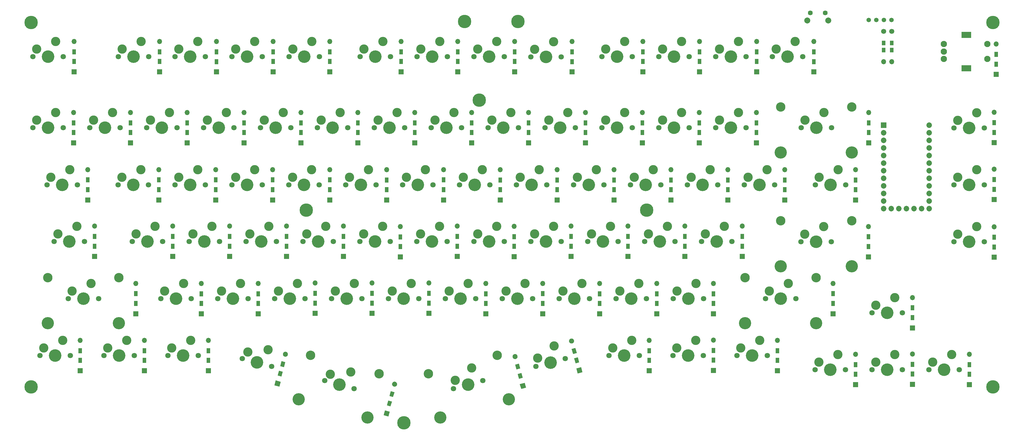
<source format=gbr>
%TF.GenerationSoftware,KiCad,Pcbnew,(5.1.6)-1*%
%TF.CreationDate,2021-09-12T01:22:44+02:00*%
%TF.ProjectId,Kanagawa,4b616e61-6761-4776-912e-6b696361645f,rev?*%
%TF.SameCoordinates,Original*%
%TF.FileFunction,Soldermask,Top*%
%TF.FilePolarity,Negative*%
%FSLAX46Y46*%
G04 Gerber Fmt 4.6, Leading zero omitted, Abs format (unit mm)*
G04 Created by KiCad (PCBNEW (5.1.6)-1) date 2021-09-12 01:22:44*
%MOMM*%
%LPD*%
G01*
G04 APERTURE LIST*
%ADD10C,0.800000*%
%ADD11C,4.500000*%
%ADD12C,1.852600*%
%ADD13R,1.852600X1.852600*%
%ADD14C,1.800000*%
%ADD15C,3.100000*%
%ADD16C,4.200000*%
%ADD17C,4.100000*%
%ADD18C,3.150000*%
%ADD19C,2.100000*%
%ADD20R,3.300000X2.100000*%
%ADD21R,1.300000X1.700000*%
%ADD22O,1.700000X1.700000*%
%ADD23R,1.700000X1.700000*%
%ADD24C,0.100000*%
%ADD25R,1.300000X1.500000*%
%ADD26C,1.700000*%
%ADD27C,1.497000*%
%ADD28C,1.624000*%
%ADD29C,2.000000*%
G04 APERTURE END LIST*
D10*
%TO.C,MountBaseMiddleTop1*%
X62046726Y-82065274D03*
X60880000Y-81582000D03*
X59713274Y-82065274D03*
X59230000Y-83232000D03*
X59713274Y-84398726D03*
X60880000Y-84882000D03*
X62046726Y-84398726D03*
X62530000Y-83232000D03*
D11*
X60880000Y-83232000D03*
%TD*%
D10*
%TO.C,MountBaseMiddleTop2*%
X62056726Y-204065274D03*
X60890000Y-203582000D03*
X59723274Y-204065274D03*
X59240000Y-205232000D03*
X59723274Y-206398726D03*
X60890000Y-206882000D03*
X62056726Y-206398726D03*
X62540000Y-205232000D03*
D11*
X60890000Y-205232000D03*
%TD*%
D10*
%TO.C,MountBaseMiddleTop3*%
X384056726Y-82065274D03*
X382890000Y-81582000D03*
X381723274Y-82065274D03*
X381240000Y-83232000D03*
X381723274Y-84398726D03*
X382890000Y-84882000D03*
X384056726Y-84398726D03*
X384540000Y-83232000D03*
D11*
X382890000Y-83232000D03*
%TD*%
D10*
%TO.C,MountBaseMiddleTop4*%
X384056726Y-204065274D03*
X382890000Y-203582000D03*
X381723274Y-204065274D03*
X381240000Y-205232000D03*
X381723274Y-206398726D03*
X382890000Y-206882000D03*
X384056726Y-206398726D03*
X384540000Y-205232000D03*
D11*
X382890000Y-205232000D03*
%TD*%
D10*
%TO.C,MountBaseMiddleTop5*%
X268166726Y-144833274D03*
X267000000Y-144350000D03*
X265833274Y-144833274D03*
X265350000Y-146000000D03*
X265833274Y-147166726D03*
X267000000Y-147650000D03*
X268166726Y-147166726D03*
X268650000Y-146000000D03*
D11*
X267000000Y-146000000D03*
%TD*%
D10*
%TO.C,MountBaseMiddleTop6*%
X154166726Y-144833274D03*
X153000000Y-144350000D03*
X151833274Y-144833274D03*
X151350000Y-146000000D03*
X151833274Y-147166726D03*
X153000000Y-147650000D03*
X154166726Y-147166726D03*
X154650000Y-146000000D03*
D11*
X153000000Y-146000000D03*
%TD*%
D10*
%TO.C,MountBaseMiddleTop7*%
X212056726Y-108065274D03*
X210890000Y-107582000D03*
X209723274Y-108065274D03*
X209240000Y-109232000D03*
X209723274Y-110398726D03*
X210890000Y-110882000D03*
X212056726Y-110398726D03*
X212540000Y-109232000D03*
D11*
X210890000Y-109232000D03*
%TD*%
D10*
%TO.C,MountBaseMiddleTop8*%
X186816726Y-216065274D03*
X185650000Y-215582000D03*
X184483274Y-216065274D03*
X184000000Y-217232000D03*
X184483274Y-218398726D03*
X185650000Y-218882000D03*
X186816726Y-218398726D03*
X187300000Y-217232000D03*
D11*
X185650000Y-217232000D03*
%TD*%
%TO.C,MountMiddle0*%
X205981900Y-82833900D03*
X223841200Y-82833900D03*
%TD*%
D12*
%TO.C,U0*%
X348850000Y-145560000D03*
X351390000Y-145560000D03*
X353930000Y-145560000D03*
X356470000Y-145560000D03*
X359010000Y-145560000D03*
X361550000Y-117620000D03*
X346310000Y-145560000D03*
X361550000Y-120160000D03*
X361550000Y-122700000D03*
X361550000Y-125240000D03*
X361550000Y-127780000D03*
X361550000Y-130320000D03*
X361550000Y-132860000D03*
X361550000Y-135400000D03*
X361550000Y-137940000D03*
X361550000Y-140480000D03*
X361550000Y-143020000D03*
X361550000Y-145560000D03*
X346310000Y-143020000D03*
X346310000Y-140480000D03*
X346310000Y-137940000D03*
X346310000Y-135400000D03*
X346310000Y-132860000D03*
X346310000Y-130320000D03*
X346310000Y-127780000D03*
X346310000Y-125240000D03*
X346310000Y-122700000D03*
X346310000Y-120160000D03*
D13*
X346310000Y-117620000D03*
%TD*%
D14*
%TO.C,KA11*%
X290070000Y-94650000D03*
X300230000Y-94650000D03*
D15*
X297690000Y-89570000D03*
D16*
X295150000Y-94650000D03*
D15*
X291340000Y-92110000D03*
%TD*%
D17*
%TO.C,KE11*%
X323700000Y-183890000D03*
D18*
X323700000Y-168650000D03*
X299900000Y-168650000D03*
D17*
X299900000Y-183890000D03*
D14*
X306720000Y-175650000D03*
X316880000Y-175650000D03*
D15*
X314340000Y-170570000D03*
D16*
X311800000Y-175650000D03*
D15*
X307990000Y-173110000D03*
%TD*%
D19*
%TO.C,SW99*%
X366470000Y-90420000D03*
X366470000Y-92920000D03*
X366470000Y-95420000D03*
D20*
X373970000Y-87320000D03*
X373970000Y-98520000D03*
D19*
X380970000Y-90420000D03*
X380970000Y-95420000D03*
%TD*%
D14*
%TO.C,KA0*%
X61470000Y-94650000D03*
X71630000Y-94650000D03*
D15*
X69090000Y-89570000D03*
D16*
X66550000Y-94650000D03*
D15*
X62740000Y-92110000D03*
%TD*%
D14*
%TO.C,KA1*%
X90070000Y-94650000D03*
X100230000Y-94650000D03*
D15*
X97690000Y-89570000D03*
D16*
X95150000Y-94650000D03*
D15*
X91340000Y-92110000D03*
%TD*%
D14*
%TO.C,KA2*%
X109070000Y-94650000D03*
X119230000Y-94650000D03*
D15*
X116690000Y-89570000D03*
D16*
X114150000Y-94650000D03*
D15*
X110340000Y-92110000D03*
%TD*%
D14*
%TO.C,KA3*%
X128120000Y-94650000D03*
X138280000Y-94650000D03*
D15*
X135740000Y-89570000D03*
D16*
X133200000Y-94650000D03*
D15*
X129390000Y-92110000D03*
%TD*%
D14*
%TO.C,KA4*%
X147220000Y-94650000D03*
X157380000Y-94650000D03*
D15*
X154840000Y-89570000D03*
D16*
X152300000Y-94650000D03*
D15*
X148490000Y-92110000D03*
%TD*%
D14*
%TO.C,KA5*%
X171020000Y-94650000D03*
X181180000Y-94650000D03*
D15*
X178640000Y-89570000D03*
D16*
X176100000Y-94650000D03*
D15*
X172290000Y-92110000D03*
%TD*%
D14*
%TO.C,KA6*%
X190070000Y-94650000D03*
X200230000Y-94650000D03*
D15*
X197690000Y-89570000D03*
D16*
X195150000Y-94650000D03*
D15*
X191340000Y-92110000D03*
%TD*%
D14*
%TO.C,KA7*%
X209120000Y-94650000D03*
X219280000Y-94650000D03*
D15*
X216740000Y-89570000D03*
D16*
X214200000Y-94650000D03*
D15*
X210390000Y-92110000D03*
%TD*%
D14*
%TO.C,KA8*%
X228170000Y-94700000D03*
X238330000Y-94700000D03*
D15*
X235790000Y-89620000D03*
D16*
X233250000Y-94700000D03*
D15*
X229440000Y-92160000D03*
%TD*%
D14*
%TO.C,KA9*%
X251970000Y-94650000D03*
X262130000Y-94650000D03*
D15*
X259590000Y-89570000D03*
D16*
X257050000Y-94650000D03*
D15*
X253240000Y-92110000D03*
%TD*%
D14*
%TO.C,KA10*%
X271020000Y-94650000D03*
X281180000Y-94650000D03*
D15*
X278640000Y-89570000D03*
D16*
X276100000Y-94650000D03*
D15*
X272290000Y-92110000D03*
%TD*%
D14*
%TO.C,KA12*%
X309070000Y-94650000D03*
X319230000Y-94650000D03*
D15*
X316690000Y-89570000D03*
D16*
X314150000Y-94650000D03*
D15*
X310340000Y-92110000D03*
%TD*%
D14*
%TO.C,KB0*%
X61470000Y-118450000D03*
X71630000Y-118450000D03*
D15*
X69090000Y-113370000D03*
D16*
X66550000Y-118450000D03*
D15*
X62740000Y-115910000D03*
%TD*%
D14*
%TO.C,KB1*%
X80520000Y-118450000D03*
X90680000Y-118450000D03*
D15*
X88140000Y-113370000D03*
D16*
X85600000Y-118450000D03*
D15*
X81790000Y-115910000D03*
%TD*%
D14*
%TO.C,KB2*%
X99570000Y-118450000D03*
X109730000Y-118450000D03*
D15*
X107190000Y-113370000D03*
D16*
X104650000Y-118450000D03*
D15*
X100840000Y-115910000D03*
%TD*%
D14*
%TO.C,KB3*%
X118620000Y-118450000D03*
X128780000Y-118450000D03*
D15*
X126240000Y-113370000D03*
D16*
X123700000Y-118450000D03*
D15*
X119890000Y-115910000D03*
%TD*%
D14*
%TO.C,KB4*%
X137670000Y-118450000D03*
X147830000Y-118450000D03*
D15*
X145290000Y-113370000D03*
D16*
X142750000Y-118450000D03*
D15*
X138940000Y-115910000D03*
%TD*%
D14*
%TO.C,KB5*%
X156720000Y-118450000D03*
X166880000Y-118450000D03*
D15*
X164340000Y-113370000D03*
D16*
X161800000Y-118450000D03*
D15*
X157990000Y-115910000D03*
%TD*%
D14*
%TO.C,KB6*%
X175770000Y-118450000D03*
X185930000Y-118450000D03*
D15*
X183390000Y-113370000D03*
D16*
X180850000Y-118450000D03*
D15*
X177040000Y-115910000D03*
%TD*%
D14*
%TO.C,KB7*%
X194820000Y-118450000D03*
X204980000Y-118450000D03*
D15*
X202440000Y-113370000D03*
D16*
X199900000Y-118450000D03*
D15*
X196090000Y-115910000D03*
%TD*%
D14*
%TO.C,KB8*%
X213870000Y-118450000D03*
X224030000Y-118450000D03*
D15*
X221490000Y-113370000D03*
D16*
X218950000Y-118450000D03*
D15*
X215140000Y-115910000D03*
%TD*%
D14*
%TO.C,KB9*%
X232920000Y-118450000D03*
X243080000Y-118450000D03*
D15*
X240540000Y-113370000D03*
D16*
X238000000Y-118450000D03*
D15*
X234190000Y-115910000D03*
%TD*%
D14*
%TO.C,KB10*%
X251970000Y-118450000D03*
X262130000Y-118450000D03*
D15*
X259590000Y-113370000D03*
D16*
X257050000Y-118450000D03*
D15*
X253240000Y-115910000D03*
%TD*%
D14*
%TO.C,KB11*%
X271020000Y-118450000D03*
X281180000Y-118450000D03*
D15*
X278640000Y-113370000D03*
D16*
X276100000Y-118450000D03*
D15*
X272290000Y-115910000D03*
%TD*%
D14*
%TO.C,KB12*%
X290070000Y-118450000D03*
X300230000Y-118450000D03*
D15*
X297690000Y-113370000D03*
D16*
X295150000Y-118450000D03*
D15*
X291340000Y-115910000D03*
%TD*%
D14*
%TO.C,KC1*%
X90020000Y-137550000D03*
X100180000Y-137550000D03*
D15*
X97640000Y-132470000D03*
D16*
X95100000Y-137550000D03*
D15*
X91290000Y-135010000D03*
%TD*%
D14*
%TO.C,KC2*%
X109070000Y-137550000D03*
X119230000Y-137550000D03*
D15*
X116690000Y-132470000D03*
D16*
X114150000Y-137550000D03*
D15*
X110340000Y-135010000D03*
%TD*%
D14*
%TO.C,KC3*%
X128120000Y-137550000D03*
X138280000Y-137550000D03*
D15*
X135740000Y-132470000D03*
D16*
X133200000Y-137550000D03*
D15*
X129390000Y-135010000D03*
%TD*%
D14*
%TO.C,KC4*%
X147170000Y-137550000D03*
X157330000Y-137550000D03*
D15*
X154790000Y-132470000D03*
D16*
X152250000Y-137550000D03*
D15*
X148440000Y-135010000D03*
%TD*%
D14*
%TO.C,KC5*%
X166220000Y-137550000D03*
X176380000Y-137550000D03*
D15*
X173840000Y-132470000D03*
D16*
X171300000Y-137550000D03*
D15*
X167490000Y-135010000D03*
%TD*%
D14*
%TO.C,KC6*%
X185270000Y-137550000D03*
X195430000Y-137550000D03*
D15*
X192890000Y-132470000D03*
D16*
X190350000Y-137550000D03*
D15*
X186540000Y-135010000D03*
%TD*%
D14*
%TO.C,KC7*%
X204320000Y-137550000D03*
X214480000Y-137550000D03*
D15*
X211940000Y-132470000D03*
D16*
X209400000Y-137550000D03*
D15*
X205590000Y-135010000D03*
%TD*%
D14*
%TO.C,KC8*%
X223370000Y-137550000D03*
X233530000Y-137550000D03*
D15*
X230990000Y-132470000D03*
D16*
X228450000Y-137550000D03*
D15*
X224640000Y-135010000D03*
%TD*%
D14*
%TO.C,KC9*%
X242470000Y-137550000D03*
X252630000Y-137550000D03*
D15*
X250090000Y-132470000D03*
D16*
X247550000Y-137550000D03*
D15*
X243740000Y-135010000D03*
%TD*%
D14*
%TO.C,KC10*%
X261520000Y-137550000D03*
X271680000Y-137550000D03*
D15*
X269140000Y-132470000D03*
D16*
X266600000Y-137550000D03*
D15*
X262790000Y-135010000D03*
%TD*%
D14*
%TO.C,KC11*%
X280570000Y-137550000D03*
X290730000Y-137550000D03*
D15*
X288190000Y-132470000D03*
D16*
X285650000Y-137550000D03*
D15*
X281840000Y-135010000D03*
%TD*%
D14*
%TO.C,KD1*%
X94770000Y-156550000D03*
X104930000Y-156550000D03*
D15*
X102390000Y-151470000D03*
D16*
X99850000Y-156550000D03*
D15*
X96040000Y-154010000D03*
%TD*%
D14*
%TO.C,KD2*%
X113820000Y-156550000D03*
X123980000Y-156550000D03*
D15*
X121440000Y-151470000D03*
D16*
X118900000Y-156550000D03*
D15*
X115090000Y-154010000D03*
%TD*%
D14*
%TO.C,KD3*%
X132820000Y-156550000D03*
X142980000Y-156550000D03*
D15*
X140440000Y-151470000D03*
D16*
X137900000Y-156550000D03*
D15*
X134090000Y-154010000D03*
%TD*%
D14*
%TO.C,KD4*%
X151920000Y-156550000D03*
X162080000Y-156550000D03*
D15*
X159540000Y-151470000D03*
D16*
X157000000Y-156550000D03*
D15*
X153190000Y-154010000D03*
%TD*%
D14*
%TO.C,KD5*%
X170970000Y-156550000D03*
X181130000Y-156550000D03*
D15*
X178590000Y-151470000D03*
D16*
X176050000Y-156550000D03*
D15*
X172240000Y-154010000D03*
%TD*%
D14*
%TO.C,KD6*%
X190020000Y-156550000D03*
X200180000Y-156550000D03*
D15*
X197640000Y-151470000D03*
D16*
X195100000Y-156550000D03*
D15*
X191290000Y-154010000D03*
%TD*%
D14*
%TO.C,KD7*%
X209120000Y-156550000D03*
X219280000Y-156550000D03*
D15*
X216740000Y-151470000D03*
D16*
X214200000Y-156550000D03*
D15*
X210390000Y-154010000D03*
%TD*%
D14*
%TO.C,KD8*%
X228170000Y-156550000D03*
X238330000Y-156550000D03*
D15*
X235790000Y-151470000D03*
D16*
X233250000Y-156550000D03*
D15*
X229440000Y-154010000D03*
%TD*%
D14*
%TO.C,KD9*%
X247220000Y-156550000D03*
X257380000Y-156550000D03*
D15*
X254840000Y-151470000D03*
D16*
X252300000Y-156550000D03*
D15*
X248490000Y-154010000D03*
%TD*%
D14*
%TO.C,KD10*%
X266270000Y-156550000D03*
X276430000Y-156550000D03*
D15*
X273890000Y-151470000D03*
D16*
X271350000Y-156550000D03*
D15*
X267540000Y-154010000D03*
%TD*%
D14*
%TO.C,KD11*%
X285320000Y-156550000D03*
X295480000Y-156550000D03*
D15*
X292940000Y-151470000D03*
D16*
X290400000Y-156550000D03*
D15*
X286590000Y-154010000D03*
%TD*%
D14*
%TO.C,KE1*%
X104320000Y-175650000D03*
X114480000Y-175650000D03*
D15*
X111940000Y-170570000D03*
D16*
X109400000Y-175650000D03*
D15*
X105590000Y-173110000D03*
%TD*%
D14*
%TO.C,KE2*%
X123370000Y-175650000D03*
X133530000Y-175650000D03*
D15*
X130990000Y-170570000D03*
D16*
X128450000Y-175650000D03*
D15*
X124640000Y-173110000D03*
%TD*%
D14*
%TO.C,KE3*%
X142420000Y-175650000D03*
X152580000Y-175650000D03*
D15*
X150040000Y-170570000D03*
D16*
X147500000Y-175650000D03*
D15*
X143690000Y-173110000D03*
%TD*%
D14*
%TO.C,KE4*%
X161470000Y-175650000D03*
X171630000Y-175650000D03*
D15*
X169090000Y-170570000D03*
D16*
X166550000Y-175650000D03*
D15*
X162740000Y-173110000D03*
%TD*%
D14*
%TO.C,KE5*%
X180520000Y-175650000D03*
X190680000Y-175650000D03*
D15*
X188140000Y-170570000D03*
D16*
X185600000Y-175650000D03*
D15*
X181790000Y-173110000D03*
%TD*%
D14*
%TO.C,KE6*%
X199570000Y-175650000D03*
X209730000Y-175650000D03*
D15*
X207190000Y-170570000D03*
D16*
X204650000Y-175650000D03*
D15*
X200840000Y-173110000D03*
%TD*%
D14*
%TO.C,KE7*%
X218620000Y-175650000D03*
X228780000Y-175650000D03*
D15*
X226240000Y-170570000D03*
D16*
X223700000Y-175650000D03*
D15*
X219890000Y-173110000D03*
%TD*%
D14*
%TO.C,KE8*%
X237670000Y-175650000D03*
X247830000Y-175650000D03*
D15*
X245290000Y-170570000D03*
D16*
X242750000Y-175650000D03*
D15*
X238940000Y-173110000D03*
%TD*%
D14*
%TO.C,KE9*%
X256720000Y-175650000D03*
X266880000Y-175650000D03*
D15*
X264340000Y-170570000D03*
D16*
X261800000Y-175650000D03*
D15*
X257990000Y-173110000D03*
%TD*%
D14*
%TO.C,KE10*%
X275820000Y-175650000D03*
X285980000Y-175650000D03*
D15*
X283440000Y-170570000D03*
D16*
X280900000Y-175650000D03*
D15*
X277090000Y-173110000D03*
%TD*%
D14*
%TO.C,KE12*%
X342420000Y-180400000D03*
X352580000Y-180400000D03*
D15*
X350040000Y-175320000D03*
D16*
X347500000Y-180400000D03*
D15*
X343690000Y-177860000D03*
%TD*%
D14*
%TO.C,KF1*%
X85270000Y-194700000D03*
X95430000Y-194700000D03*
D15*
X92890000Y-189620000D03*
D16*
X90350000Y-194700000D03*
D15*
X86540000Y-192160000D03*
%TD*%
D14*
%TO.C,KF3*%
X131543097Y-195685199D03*
X141356903Y-198314801D03*
D15*
X140218252Y-192750497D03*
D16*
X136450000Y-197000000D03*
D15*
X133427223Y-193560448D03*
%TD*%
D14*
%TO.C,KF6*%
X229893097Y-198364801D03*
X239706903Y-195735199D03*
D15*
X235938651Y-191485696D03*
D16*
X234800000Y-197050000D03*
D15*
X230462422Y-195582649D03*
%TD*%
D14*
%TO.C,KF8*%
X275770000Y-194700000D03*
X285930000Y-194700000D03*
D15*
X283390000Y-189620000D03*
D16*
X280850000Y-194700000D03*
D15*
X277040000Y-192160000D03*
%TD*%
D14*
%TO.C,KF10*%
X323370000Y-199450000D03*
X333530000Y-199450000D03*
D15*
X330990000Y-194370000D03*
D16*
X328450000Y-199450000D03*
D15*
X324640000Y-196910000D03*
%TD*%
D14*
%TO.C,KF11*%
X342420000Y-199450000D03*
X352580000Y-199450000D03*
D15*
X350040000Y-194370000D03*
D16*
X347500000Y-199450000D03*
D15*
X343690000Y-196910000D03*
%TD*%
D14*
%TO.C,KF12*%
X361470000Y-199450000D03*
X371630000Y-199450000D03*
D15*
X369090000Y-194370000D03*
D16*
X366550000Y-199450000D03*
D15*
X362740000Y-196910000D03*
%TD*%
D21*
%TO.C,DA0*%
X75250000Y-96250000D03*
D22*
X75250000Y-89540000D03*
D23*
X75250000Y-99700000D03*
D21*
X75250000Y-92990000D03*
%TD*%
%TO.C,DA1*%
X103850000Y-96250000D03*
D22*
X103850000Y-89540000D03*
D23*
X103850000Y-99700000D03*
D21*
X103850000Y-92990000D03*
%TD*%
%TO.C,DA2*%
X122900000Y-96300000D03*
D22*
X122900000Y-89590000D03*
D23*
X122900000Y-99750000D03*
D21*
X122900000Y-93040000D03*
%TD*%
%TO.C,DA3*%
X141900000Y-96250000D03*
D22*
X141900000Y-89540000D03*
D23*
X141900000Y-99700000D03*
D21*
X141900000Y-92990000D03*
%TD*%
%TO.C,DA4*%
X160900000Y-96250000D03*
D22*
X160900000Y-89540000D03*
D23*
X160900000Y-99700000D03*
D21*
X160900000Y-92990000D03*
%TD*%
%TO.C,DA5*%
X184750000Y-96250000D03*
D22*
X184750000Y-89540000D03*
D23*
X184750000Y-99700000D03*
D21*
X184750000Y-92990000D03*
%TD*%
%TO.C,DA6*%
X203750000Y-96250000D03*
D22*
X203750000Y-89540000D03*
D23*
X203750000Y-99700000D03*
D21*
X203750000Y-92990000D03*
%TD*%
%TO.C,DA7*%
X222800000Y-96250000D03*
D22*
X222800000Y-89540000D03*
D23*
X222800000Y-99700000D03*
D21*
X222800000Y-92990000D03*
%TD*%
%TO.C,DA8*%
X241950000Y-96300000D03*
D22*
X241950000Y-89590000D03*
D23*
X241950000Y-99750000D03*
D21*
X241950000Y-93040000D03*
%TD*%
%TO.C,DA9*%
X265700000Y-96250000D03*
D22*
X265700000Y-89540000D03*
D23*
X265700000Y-99700000D03*
D21*
X265700000Y-92990000D03*
%TD*%
%TO.C,DA10*%
X284650000Y-96250000D03*
D22*
X284650000Y-89540000D03*
D23*
X284650000Y-99700000D03*
D21*
X284650000Y-92990000D03*
%TD*%
%TO.C,DA11*%
X303800000Y-96250000D03*
D22*
X303800000Y-89540000D03*
D23*
X303800000Y-99700000D03*
D21*
X303800000Y-92990000D03*
%TD*%
%TO.C,DA12*%
X322900000Y-96300000D03*
D22*
X322900000Y-89590000D03*
D23*
X322900000Y-99750000D03*
D21*
X322900000Y-93040000D03*
%TD*%
%TO.C,DB0*%
X75100000Y-120050000D03*
D22*
X75100000Y-113340000D03*
D23*
X75100000Y-123500000D03*
D21*
X75100000Y-116790000D03*
%TD*%
%TO.C,DB1*%
X94150000Y-120050000D03*
D22*
X94150000Y-113340000D03*
D23*
X94150000Y-123500000D03*
D21*
X94150000Y-116790000D03*
%TD*%
%TO.C,DB2*%
X113150000Y-120050000D03*
D22*
X113150000Y-113340000D03*
D23*
X113150000Y-123500000D03*
D21*
X113150000Y-116790000D03*
%TD*%
%TO.C,DB3*%
X132150000Y-120050000D03*
D22*
X132150000Y-113340000D03*
D23*
X132150000Y-123500000D03*
D21*
X132150000Y-116790000D03*
%TD*%
%TO.C,DB4*%
X151200000Y-120050000D03*
D22*
X151200000Y-113340000D03*
D23*
X151200000Y-123500000D03*
D21*
X151200000Y-116790000D03*
%TD*%
%TO.C,DB5*%
X170250000Y-120050000D03*
D22*
X170250000Y-113340000D03*
D23*
X170250000Y-123500000D03*
D21*
X170250000Y-116790000D03*
%TD*%
%TO.C,DB6*%
X189300000Y-120050000D03*
D22*
X189300000Y-113340000D03*
D23*
X189300000Y-123500000D03*
D21*
X189300000Y-116790000D03*
%TD*%
%TO.C,DB7*%
X208400000Y-120050000D03*
D22*
X208400000Y-113340000D03*
D23*
X208400000Y-123500000D03*
D21*
X208400000Y-116790000D03*
%TD*%
%TO.C,DB8*%
X227400000Y-120050000D03*
D22*
X227400000Y-113340000D03*
D23*
X227400000Y-123500000D03*
D21*
X227400000Y-116790000D03*
%TD*%
%TO.C,DB9*%
X246500000Y-120050000D03*
D22*
X246500000Y-113340000D03*
D23*
X246500000Y-123500000D03*
D21*
X246500000Y-116790000D03*
%TD*%
%TO.C,DB10*%
X265550000Y-120050000D03*
D22*
X265550000Y-113340000D03*
D23*
X265550000Y-123500000D03*
D21*
X265550000Y-116790000D03*
%TD*%
%TO.C,DB11*%
X284550000Y-120050000D03*
D22*
X284550000Y-113340000D03*
D23*
X284550000Y-123500000D03*
D21*
X284550000Y-116790000D03*
%TD*%
%TO.C,DB12*%
X303700000Y-120050000D03*
D22*
X303700000Y-113340000D03*
D23*
X303700000Y-123500000D03*
D21*
X303700000Y-116790000D03*
%TD*%
%TO.C,DB13*%
X341290000Y-120040000D03*
D22*
X341290000Y-113330000D03*
D23*
X341290000Y-123490000D03*
D21*
X341290000Y-116780000D03*
%TD*%
%TO.C,DC0*%
X79850000Y-139150000D03*
D22*
X79850000Y-132440000D03*
D23*
X79850000Y-142600000D03*
D21*
X79850000Y-135890000D03*
%TD*%
%TO.C,DC1*%
X103650000Y-139150000D03*
D22*
X103650000Y-132440000D03*
D23*
X103650000Y-142600000D03*
D21*
X103650000Y-135890000D03*
%TD*%
%TO.C,DC2*%
X122700000Y-139150000D03*
D22*
X122700000Y-132440000D03*
D23*
X122700000Y-142600000D03*
D21*
X122700000Y-135890000D03*
%TD*%
%TO.C,DC3*%
X141750000Y-139150000D03*
D22*
X141750000Y-132440000D03*
D23*
X141750000Y-142600000D03*
D21*
X141750000Y-135890000D03*
%TD*%
%TO.C,DC4*%
X160900000Y-139150000D03*
D22*
X160900000Y-132440000D03*
D23*
X160900000Y-142600000D03*
D21*
X160900000Y-135890000D03*
%TD*%
%TO.C,DC5*%
X179950000Y-139200000D03*
D22*
X179950000Y-132490000D03*
D23*
X179950000Y-142650000D03*
D21*
X179950000Y-135940000D03*
%TD*%
%TO.C,DC6*%
X199000000Y-139150000D03*
D22*
X199000000Y-132440000D03*
D23*
X199000000Y-142600000D03*
D21*
X199000000Y-135890000D03*
%TD*%
%TO.C,DC7*%
X217932000Y-139171000D03*
D22*
X217932000Y-132461000D03*
D23*
X217932000Y-142621000D03*
D21*
X217932000Y-135911000D03*
%TD*%
%TO.C,DC8*%
X236982000Y-139171000D03*
D22*
X236982000Y-132461000D03*
D23*
X236982000Y-142621000D03*
D21*
X236982000Y-135911000D03*
%TD*%
%TO.C,DC9*%
X256032000Y-139171000D03*
D22*
X256032000Y-132461000D03*
D23*
X256032000Y-142621000D03*
D21*
X256032000Y-135911000D03*
%TD*%
%TO.C,DC10*%
X275082000Y-139171000D03*
D22*
X275082000Y-132461000D03*
D23*
X275082000Y-142621000D03*
D21*
X275082000Y-135911000D03*
%TD*%
%TO.C,DC11*%
X294132000Y-139171000D03*
D22*
X294132000Y-132461000D03*
D23*
X294132000Y-142621000D03*
D21*
X294132000Y-135911000D03*
%TD*%
%TO.C,DC12*%
X313182000Y-139171000D03*
D22*
X313182000Y-132461000D03*
D23*
X313182000Y-142621000D03*
D21*
X313182000Y-135911000D03*
%TD*%
%TO.C,DC13*%
X336931000Y-139171000D03*
D22*
X336931000Y-132461000D03*
D23*
X336931000Y-142621000D03*
D21*
X336931000Y-135911000D03*
%TD*%
%TO.C,DD0*%
X82169000Y-158094000D03*
D22*
X82169000Y-151384000D03*
D23*
X82169000Y-161544000D03*
D21*
X82169000Y-154834000D03*
%TD*%
%TO.C,DD1*%
X108331000Y-158094000D03*
D22*
X108331000Y-151384000D03*
D23*
X108331000Y-161544000D03*
D21*
X108331000Y-154834000D03*
%TD*%
%TO.C,DD2*%
X127381000Y-158094000D03*
D22*
X127381000Y-151384000D03*
D23*
X127381000Y-161544000D03*
D21*
X127381000Y-154834000D03*
%TD*%
%TO.C,DD3*%
X146431000Y-158094000D03*
D22*
X146431000Y-151384000D03*
D23*
X146431000Y-161544000D03*
D21*
X146431000Y-154834000D03*
%TD*%
%TO.C,DD4*%
X165481000Y-158094000D03*
D22*
X165481000Y-151384000D03*
D23*
X165481000Y-161544000D03*
D21*
X165481000Y-154834000D03*
%TD*%
%TO.C,DD5*%
X184531000Y-158221000D03*
D22*
X184531000Y-151511000D03*
D23*
X184531000Y-161671000D03*
D21*
X184531000Y-154961000D03*
%TD*%
%TO.C,DD6*%
X203581000Y-158094000D03*
D22*
X203581000Y-151384000D03*
D23*
X203581000Y-161544000D03*
D21*
X203581000Y-154834000D03*
%TD*%
%TO.C,DD7*%
X222631000Y-158150000D03*
D22*
X222631000Y-151440000D03*
D23*
X222631000Y-161600000D03*
D21*
X222631000Y-154890000D03*
%TD*%
%TO.C,DD8*%
X241681000Y-158094000D03*
D22*
X241681000Y-151384000D03*
D23*
X241681000Y-161544000D03*
D21*
X241681000Y-154834000D03*
%TD*%
%TO.C,DD9*%
X260731000Y-158094000D03*
D22*
X260731000Y-151384000D03*
D23*
X260731000Y-161544000D03*
D21*
X260731000Y-154834000D03*
%TD*%
%TO.C,DD10*%
X279781000Y-158094000D03*
D22*
X279781000Y-151384000D03*
D23*
X279781000Y-161544000D03*
D21*
X279781000Y-154834000D03*
%TD*%
%TO.C,DD11*%
X298958000Y-158100000D03*
D22*
X298958000Y-151390000D03*
D23*
X298958000Y-161550000D03*
D21*
X298958000Y-154840000D03*
%TD*%
%TO.C,DD12*%
X341240000Y-158200000D03*
D22*
X341240000Y-151490000D03*
D23*
X341240000Y-161650000D03*
D21*
X341240000Y-154940000D03*
%TD*%
%TO.C,DD13*%
X383318000Y-119994000D03*
D22*
X383318000Y-113284000D03*
D23*
X383318000Y-123444000D03*
D21*
X383318000Y-116734000D03*
%TD*%
%TO.C,DE0*%
X95910000Y-177250000D03*
D22*
X95910000Y-170540000D03*
D23*
X95910000Y-180700000D03*
D21*
X95910000Y-173990000D03*
%TD*%
%TO.C,DE1*%
X117856000Y-177271000D03*
D22*
X117856000Y-170561000D03*
D23*
X117856000Y-180721000D03*
D21*
X117856000Y-174011000D03*
%TD*%
%TO.C,DE2*%
X136906000Y-177271000D03*
D22*
X136906000Y-170561000D03*
D23*
X136906000Y-180721000D03*
D21*
X136906000Y-174011000D03*
%TD*%
%TO.C,DE3*%
X155956000Y-177144000D03*
D22*
X155956000Y-170434000D03*
D23*
X155956000Y-180594000D03*
D21*
X155956000Y-173884000D03*
%TD*%
%TO.C,DE4*%
X175006000Y-177144000D03*
D22*
X175006000Y-170434000D03*
D23*
X175006000Y-180594000D03*
D21*
X175006000Y-173884000D03*
%TD*%
%TO.C,DE5*%
X194056000Y-177144000D03*
D22*
X194056000Y-170434000D03*
D23*
X194056000Y-180594000D03*
D21*
X194056000Y-173884000D03*
%TD*%
%TO.C,DE6*%
X213106000Y-177300000D03*
D22*
X213106000Y-170590000D03*
D23*
X213106000Y-180750000D03*
D21*
X213106000Y-174040000D03*
%TD*%
%TO.C,DE7*%
X232156000Y-177250000D03*
D22*
X232156000Y-170540000D03*
D23*
X232156000Y-180700000D03*
D21*
X232156000Y-173990000D03*
%TD*%
%TO.C,DE8*%
X251206000Y-177271000D03*
D22*
X251206000Y-170561000D03*
D23*
X251206000Y-180721000D03*
D21*
X251206000Y-174011000D03*
%TD*%
%TO.C,DE9*%
X270350000Y-177271000D03*
D22*
X270350000Y-170561000D03*
D23*
X270350000Y-180721000D03*
D21*
X270350000Y-174011000D03*
%TD*%
%TO.C,DE10*%
X289306000Y-177271000D03*
D22*
X289306000Y-170561000D03*
D23*
X289306000Y-180721000D03*
D21*
X289306000Y-174011000D03*
%TD*%
%TO.C,DE11*%
X329370000Y-177250000D03*
D22*
X329370000Y-170540000D03*
D23*
X329370000Y-180700000D03*
D21*
X329370000Y-173990000D03*
%TD*%
%TO.C,DE12*%
X355981000Y-182000000D03*
D22*
X355981000Y-175290000D03*
D23*
X355981000Y-185450000D03*
D21*
X355981000Y-178740000D03*
%TD*%
%TO.C,DF0*%
X77343000Y-196321000D03*
D22*
X77343000Y-189611000D03*
D23*
X77343000Y-199771000D03*
D21*
X77343000Y-193061000D03*
%TD*%
%TO.C,DF1*%
X98806000Y-196321000D03*
D22*
X98806000Y-189611000D03*
D23*
X98806000Y-199771000D03*
D21*
X98806000Y-193061000D03*
%TD*%
%TO.C,DF2*%
X120269000Y-196321000D03*
D22*
X120269000Y-189611000D03*
D23*
X120269000Y-199771000D03*
D21*
X120269000Y-193061000D03*
%TD*%
D24*
%TO.C,DF3*%
G36*
X144680782Y-201736825D02*
G01*
X143425078Y-201400361D01*
X143865070Y-199758287D01*
X145120774Y-200094751D01*
X144680782Y-201736825D01*
G37*
G36*
G01*
X145789605Y-195087231D02*
X145789605Y-195087231D01*
G75*
G02*
X145188564Y-194046198I219996J821037D01*
G01*
X145188564Y-194046198D01*
G75*
G02*
X146229597Y-193445157I821037J-219996D01*
G01*
X146229597Y-193445157D01*
G75*
G02*
X146830638Y-194486190I-219996J-821037D01*
G01*
X146830638Y-194486190D01*
G75*
G02*
X145789605Y-195087231I-821037J219996D01*
G01*
G37*
G36*
X143981041Y-205121033D02*
G01*
X142338967Y-204681041D01*
X142778959Y-203038967D01*
X144421033Y-203478959D01*
X143981041Y-205121033D01*
G37*
G36*
X145524532Y-198587907D02*
G01*
X144268828Y-198251443D01*
X144708820Y-196609369D01*
X145964524Y-196945833D01*
X145524532Y-198587907D01*
G37*
%TD*%
%TO.C,DF4*%
G36*
X181230782Y-211766825D02*
G01*
X179975078Y-211430361D01*
X180415070Y-209788287D01*
X181670774Y-210124751D01*
X181230782Y-211766825D01*
G37*
G36*
G01*
X182339605Y-205117231D02*
X182339605Y-205117231D01*
G75*
G02*
X181738564Y-204076198I219996J821037D01*
G01*
X181738564Y-204076198D01*
G75*
G02*
X182779597Y-203475157I821037J-219996D01*
G01*
X182779597Y-203475157D01*
G75*
G02*
X183380638Y-204516190I-219996J-821037D01*
G01*
X183380638Y-204516190D01*
G75*
G02*
X182339605Y-205117231I-821037J219996D01*
G01*
G37*
G36*
X180531041Y-215151033D02*
G01*
X178888967Y-214711041D01*
X179328959Y-213068967D01*
X180971033Y-213508959D01*
X180531041Y-215151033D01*
G37*
G36*
X182074532Y-208617907D02*
G01*
X180818828Y-208281443D01*
X181258820Y-206639369D01*
X182514524Y-206975833D01*
X182074532Y-208617907D01*
G37*
%TD*%
%TO.C,DF5*%
G36*
X225484922Y-202190361D02*
G01*
X224229218Y-202526825D01*
X223789226Y-200884751D01*
X225044930Y-200548287D01*
X225484922Y-202190361D01*
G37*
G36*
G01*
X223120395Y-195877231D02*
X223120395Y-195877231D01*
G75*
G02*
X222079362Y-195276190I-219996J821037D01*
G01*
X222079362Y-195276190D01*
G75*
G02*
X222680403Y-194235157I821037J219996D01*
G01*
X222680403Y-194235157D01*
G75*
G02*
X223721436Y-194836198I219996J-821037D01*
G01*
X223721436Y-194836198D01*
G75*
G02*
X223120395Y-195877231I-821037J-219996D01*
G01*
G37*
G36*
X226571033Y-205471041D02*
G01*
X224928959Y-205911033D01*
X224488967Y-204268959D01*
X226131041Y-203828967D01*
X226571033Y-205471041D01*
G37*
G36*
X224641172Y-199041443D02*
G01*
X223385468Y-199377907D01*
X222945476Y-197735833D01*
X224201180Y-197399369D01*
X224641172Y-199041443D01*
G37*
%TD*%
%TO.C,DF6*%
G36*
X244394922Y-196980361D02*
G01*
X243139218Y-197316825D01*
X242699226Y-195674751D01*
X243954930Y-195338287D01*
X244394922Y-196980361D01*
G37*
G36*
G01*
X242030395Y-190667231D02*
X242030395Y-190667231D01*
G75*
G02*
X240989362Y-190066190I-219996J821037D01*
G01*
X240989362Y-190066190D01*
G75*
G02*
X241590403Y-189025157I821037J219996D01*
G01*
X241590403Y-189025157D01*
G75*
G02*
X242631436Y-189626198I219996J-821037D01*
G01*
X242631436Y-189626198D01*
G75*
G02*
X242030395Y-190667231I-821037J-219996D01*
G01*
G37*
G36*
X245481033Y-200261041D02*
G01*
X243838959Y-200701033D01*
X243398967Y-199058959D01*
X245041041Y-198618967D01*
X245481033Y-200261041D01*
G37*
G36*
X243551172Y-193831443D02*
G01*
X242295468Y-194167907D01*
X241855476Y-192525833D01*
X243111180Y-192189369D01*
X243551172Y-193831443D01*
G37*
%TD*%
D21*
%TO.C,DF7*%
X267843000Y-196321000D03*
D22*
X267843000Y-189611000D03*
D23*
X267843000Y-199771000D03*
D21*
X267843000Y-193061000D03*
%TD*%
%TO.C,DF8*%
X289306000Y-196250000D03*
D22*
X289306000Y-189540000D03*
D23*
X289306000Y-199700000D03*
D21*
X289306000Y-192990000D03*
%TD*%
%TO.C,DF9*%
X310769000Y-196321000D03*
D22*
X310769000Y-189611000D03*
D23*
X310769000Y-199771000D03*
D21*
X310769000Y-193061000D03*
%TD*%
%TO.C,DF10*%
X336931000Y-201000000D03*
D22*
X336931000Y-194290000D03*
D23*
X336931000Y-204450000D03*
D21*
X336931000Y-197740000D03*
%TD*%
%TO.C,DF11*%
X355981000Y-200893000D03*
D22*
X355981000Y-194183000D03*
D23*
X355981000Y-204343000D03*
D21*
X355981000Y-197633000D03*
%TD*%
%TO.C,DF12*%
X375031000Y-201000000D03*
D22*
X375031000Y-194290000D03*
D23*
X375031000Y-204450000D03*
D21*
X375031000Y-197740000D03*
%TD*%
D25*
%TO.C,R1*%
X349000000Y-90040000D03*
D22*
X349000000Y-96300000D03*
D26*
X349000000Y-86140000D03*
D25*
X349000000Y-92440000D03*
%TD*%
%TO.C,R2*%
X346250000Y-90040000D03*
D22*
X346250000Y-96300000D03*
D26*
X346250000Y-86140000D03*
D25*
X346250000Y-92440000D03*
%TD*%
D21*
%TO.C,DA13*%
X384000000Y-97140000D03*
D22*
X384000000Y-90430000D03*
D23*
X384000000Y-100590000D03*
D21*
X384000000Y-93880000D03*
%TD*%
%TO.C,DE13*%
X383318000Y-139044000D03*
D22*
X383318000Y-132334000D03*
D23*
X383318000Y-142494000D03*
D21*
X383318000Y-135784000D03*
%TD*%
%TO.C,DF13*%
X383318000Y-158348000D03*
D22*
X383318000Y-151638000D03*
D23*
X383318000Y-161798000D03*
D21*
X383318000Y-155088000D03*
%TD*%
D17*
%TO.C,KB13*%
X335650000Y-126690000D03*
D18*
X335650000Y-111450000D03*
X311850000Y-111450000D03*
D17*
X311850000Y-126690000D03*
D14*
X318670000Y-118450000D03*
X328830000Y-118450000D03*
D15*
X326290000Y-113370000D03*
D16*
X323750000Y-118450000D03*
D15*
X319940000Y-115910000D03*
%TD*%
D14*
%TO.C,KC0*%
X66220000Y-137550000D03*
X76380000Y-137550000D03*
D15*
X73840000Y-132470000D03*
D16*
X71300000Y-137550000D03*
D15*
X67490000Y-135010000D03*
%TD*%
D14*
%TO.C,KD0*%
X68570000Y-156550000D03*
X78730000Y-156550000D03*
D15*
X76190000Y-151470000D03*
D16*
X73650000Y-156550000D03*
D15*
X69840000Y-154010000D03*
%TD*%
D17*
%TO.C,KD12*%
X335600000Y-164840000D03*
D18*
X335600000Y-149600000D03*
X311800000Y-149600000D03*
D17*
X311800000Y-164840000D03*
D14*
X318620000Y-156600000D03*
X328780000Y-156600000D03*
D15*
X326240000Y-151520000D03*
D16*
X323700000Y-156600000D03*
D15*
X319890000Y-154060000D03*
%TD*%
D17*
%TO.C,KE0*%
X90300000Y-183890000D03*
D18*
X90300000Y-168650000D03*
X66500000Y-168650000D03*
D17*
X66500000Y-183890000D03*
D14*
X73320000Y-175650000D03*
X83480000Y-175650000D03*
D15*
X80940000Y-170570000D03*
D16*
X78400000Y-175650000D03*
D15*
X74590000Y-173110000D03*
%TD*%
D14*
%TO.C,KF0*%
X63820000Y-194700000D03*
X73980000Y-194700000D03*
D15*
X71440000Y-189620000D03*
D16*
X68900000Y-194700000D03*
D15*
X65090000Y-192160000D03*
%TD*%
D14*
%TO.C,KF2*%
X106720000Y-194700000D03*
X116880000Y-194700000D03*
D15*
X114340000Y-189620000D03*
D16*
X111800000Y-194700000D03*
D15*
X107990000Y-192160000D03*
%TD*%
D17*
%TO.C,KF4*%
X173461848Y-215489175D03*
D18*
X177406251Y-200768466D03*
X154417216Y-194608573D03*
D17*
X150472814Y-209329282D03*
D14*
X159193097Y-203135199D03*
X169006903Y-205764801D03*
D15*
X167868252Y-200200497D03*
D16*
X164100000Y-204450000D03*
D15*
X161077223Y-201010448D03*
%TD*%
D17*
%TO.C,KF5*%
X220827186Y-209329282D03*
D18*
X216882784Y-194608573D03*
X193893749Y-200768466D03*
D17*
X197838152Y-215489175D03*
D14*
X202293097Y-205764801D03*
X212106903Y-203135199D03*
D15*
X208338651Y-198885696D03*
D16*
X207200000Y-204450000D03*
D15*
X202862422Y-202982649D03*
%TD*%
D14*
%TO.C,KF7*%
X254370000Y-194700000D03*
X264530000Y-194700000D03*
D15*
X261990000Y-189620000D03*
D16*
X259450000Y-194700000D03*
D15*
X255640000Y-192160000D03*
%TD*%
D14*
%TO.C,KF9*%
X297220000Y-194700000D03*
X307380000Y-194700000D03*
D15*
X304840000Y-189620000D03*
D16*
X302300000Y-194700000D03*
D15*
X298490000Y-192160000D03*
%TD*%
D14*
%TO.C,KC12*%
X299620000Y-137550000D03*
X309780000Y-137550000D03*
D15*
X307240000Y-132470000D03*
D16*
X304700000Y-137550000D03*
D15*
X300890000Y-135010000D03*
%TD*%
D14*
%TO.C,KC13*%
X323420000Y-137550000D03*
X333580000Y-137550000D03*
D15*
X331040000Y-132470000D03*
D16*
X328500000Y-137550000D03*
D15*
X324690000Y-135010000D03*
%TD*%
D27*
%TO.C,J1*%
X343820000Y-82400000D03*
X346360000Y-82400000D03*
X348900000Y-82400000D03*
X341280000Y-82400000D03*
%TD*%
D14*
%TO.C,KD13*%
X369790000Y-118522000D03*
X379950000Y-118522000D03*
D15*
X377410000Y-113442000D03*
D16*
X374870000Y-118522000D03*
D15*
X371060000Y-115982000D03*
%TD*%
D14*
%TO.C,KE13*%
X369800000Y-137562000D03*
X379960000Y-137562000D03*
D15*
X377420000Y-132482000D03*
D16*
X374880000Y-137562000D03*
D15*
X371070000Y-135022000D03*
%TD*%
D14*
%TO.C,KF13*%
X369800000Y-156612000D03*
X379960000Y-156612000D03*
D15*
X377420000Y-151532000D03*
D16*
X374880000Y-156612000D03*
D15*
X371070000Y-154072000D03*
%TD*%
D28*
%TO.C,RSW0*%
X321720000Y-80010000D03*
X326720000Y-80010000D03*
D29*
X320720000Y-82510000D03*
X327720000Y-82510000D03*
%TD*%
M02*

</source>
